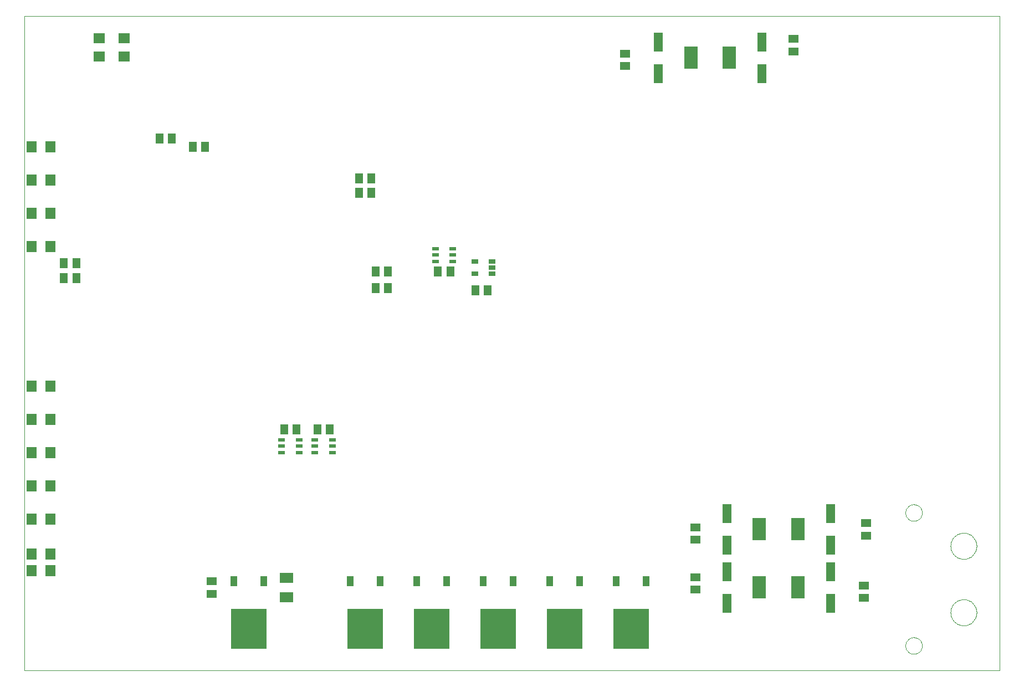
<source format=gtp>
G75*
%MOIN*%
%OFA0B0*%
%FSLAX24Y24*%
%IPPOS*%
%LPD*%
%AMOC8*
5,1,8,0,0,1.08239X$1,22.5*
%
%ADD10C,0.0000*%
%ADD11R,0.0512X0.0591*%
%ADD12R,0.2126X0.2441*%
%ADD13R,0.0394X0.0630*%
%ADD14R,0.0787X0.0591*%
%ADD15R,0.0591X0.0512*%
%ADD16R,0.0551X0.1181*%
%ADD17R,0.0630X0.0709*%
%ADD18R,0.0630X0.0710*%
%ADD19R,0.0710X0.0630*%
%ADD20R,0.0709X0.0630*%
%ADD21R,0.0413X0.0236*%
%ADD22R,0.0390X0.0272*%
%ADD23R,0.0787X0.1378*%
D10*
X002062Y000539D02*
X002062Y039909D01*
X060722Y039909D01*
X060722Y000539D01*
X002062Y000539D01*
X055062Y002039D02*
X055064Y002083D01*
X055070Y002127D01*
X055080Y002170D01*
X055093Y002212D01*
X055110Y002253D01*
X055131Y002292D01*
X055155Y002329D01*
X055182Y002364D01*
X055212Y002396D01*
X055245Y002426D01*
X055281Y002452D01*
X055318Y002476D01*
X055358Y002495D01*
X055399Y002512D01*
X055442Y002524D01*
X055485Y002533D01*
X055529Y002538D01*
X055573Y002539D01*
X055617Y002536D01*
X055661Y002529D01*
X055704Y002518D01*
X055746Y002504D01*
X055786Y002486D01*
X055825Y002464D01*
X055861Y002440D01*
X055895Y002412D01*
X055927Y002381D01*
X055956Y002347D01*
X055982Y002311D01*
X056004Y002273D01*
X056023Y002233D01*
X056038Y002191D01*
X056050Y002149D01*
X056058Y002105D01*
X056062Y002061D01*
X056062Y002017D01*
X056058Y001973D01*
X056050Y001929D01*
X056038Y001887D01*
X056023Y001845D01*
X056004Y001805D01*
X055982Y001767D01*
X055956Y001731D01*
X055927Y001697D01*
X055895Y001666D01*
X055861Y001638D01*
X055825Y001614D01*
X055786Y001592D01*
X055746Y001574D01*
X055704Y001560D01*
X055661Y001549D01*
X055617Y001542D01*
X055573Y001539D01*
X055529Y001540D01*
X055485Y001545D01*
X055442Y001554D01*
X055399Y001566D01*
X055358Y001583D01*
X055318Y001602D01*
X055281Y001626D01*
X055245Y001652D01*
X055212Y001682D01*
X055182Y001714D01*
X055155Y001749D01*
X055131Y001786D01*
X055110Y001825D01*
X055093Y001866D01*
X055080Y001908D01*
X055070Y001951D01*
X055064Y001995D01*
X055062Y002039D01*
X057777Y004039D02*
X057779Y004094D01*
X057785Y004149D01*
X057795Y004204D01*
X057808Y004258D01*
X057825Y004310D01*
X057846Y004362D01*
X057871Y004411D01*
X057899Y004459D01*
X057930Y004505D01*
X057965Y004548D01*
X058002Y004589D01*
X058042Y004627D01*
X058085Y004662D01*
X058130Y004695D01*
X058178Y004723D01*
X058227Y004749D01*
X058278Y004771D01*
X058330Y004789D01*
X058383Y004803D01*
X058438Y004814D01*
X058493Y004821D01*
X058548Y004824D01*
X058604Y004823D01*
X058659Y004818D01*
X058713Y004809D01*
X058767Y004797D01*
X058820Y004780D01*
X058872Y004760D01*
X058922Y004737D01*
X058970Y004709D01*
X059017Y004679D01*
X059061Y004645D01*
X059102Y004609D01*
X059141Y004569D01*
X059177Y004527D01*
X059210Y004482D01*
X059240Y004435D01*
X059266Y004387D01*
X059289Y004336D01*
X059308Y004284D01*
X059323Y004231D01*
X059335Y004177D01*
X059343Y004122D01*
X059347Y004067D01*
X059347Y004011D01*
X059343Y003956D01*
X059335Y003901D01*
X059323Y003847D01*
X059308Y003794D01*
X059289Y003742D01*
X059266Y003691D01*
X059240Y003643D01*
X059210Y003596D01*
X059177Y003551D01*
X059141Y003509D01*
X059102Y003469D01*
X059061Y003433D01*
X059017Y003399D01*
X058970Y003369D01*
X058922Y003341D01*
X058872Y003318D01*
X058820Y003298D01*
X058767Y003281D01*
X058713Y003269D01*
X058659Y003260D01*
X058604Y003255D01*
X058548Y003254D01*
X058493Y003257D01*
X058438Y003264D01*
X058383Y003275D01*
X058330Y003289D01*
X058278Y003307D01*
X058227Y003329D01*
X058178Y003355D01*
X058130Y003383D01*
X058085Y003416D01*
X058042Y003451D01*
X058002Y003489D01*
X057965Y003530D01*
X057930Y003573D01*
X057899Y003619D01*
X057871Y003667D01*
X057846Y003716D01*
X057825Y003768D01*
X057808Y003820D01*
X057795Y003874D01*
X057785Y003929D01*
X057779Y003984D01*
X057777Y004039D01*
X057777Y008039D02*
X057779Y008094D01*
X057785Y008149D01*
X057795Y008204D01*
X057808Y008258D01*
X057825Y008310D01*
X057846Y008362D01*
X057871Y008411D01*
X057899Y008459D01*
X057930Y008505D01*
X057965Y008548D01*
X058002Y008589D01*
X058042Y008627D01*
X058085Y008662D01*
X058130Y008695D01*
X058178Y008723D01*
X058227Y008749D01*
X058278Y008771D01*
X058330Y008789D01*
X058383Y008803D01*
X058438Y008814D01*
X058493Y008821D01*
X058548Y008824D01*
X058604Y008823D01*
X058659Y008818D01*
X058713Y008809D01*
X058767Y008797D01*
X058820Y008780D01*
X058872Y008760D01*
X058922Y008737D01*
X058970Y008709D01*
X059017Y008679D01*
X059061Y008645D01*
X059102Y008609D01*
X059141Y008569D01*
X059177Y008527D01*
X059210Y008482D01*
X059240Y008435D01*
X059266Y008387D01*
X059289Y008336D01*
X059308Y008284D01*
X059323Y008231D01*
X059335Y008177D01*
X059343Y008122D01*
X059347Y008067D01*
X059347Y008011D01*
X059343Y007956D01*
X059335Y007901D01*
X059323Y007847D01*
X059308Y007794D01*
X059289Y007742D01*
X059266Y007691D01*
X059240Y007643D01*
X059210Y007596D01*
X059177Y007551D01*
X059141Y007509D01*
X059102Y007469D01*
X059061Y007433D01*
X059017Y007399D01*
X058970Y007369D01*
X058922Y007341D01*
X058872Y007318D01*
X058820Y007298D01*
X058767Y007281D01*
X058713Y007269D01*
X058659Y007260D01*
X058604Y007255D01*
X058548Y007254D01*
X058493Y007257D01*
X058438Y007264D01*
X058383Y007275D01*
X058330Y007289D01*
X058278Y007307D01*
X058227Y007329D01*
X058178Y007355D01*
X058130Y007383D01*
X058085Y007416D01*
X058042Y007451D01*
X058002Y007489D01*
X057965Y007530D01*
X057930Y007573D01*
X057899Y007619D01*
X057871Y007667D01*
X057846Y007716D01*
X057825Y007768D01*
X057808Y007820D01*
X057795Y007874D01*
X057785Y007929D01*
X057779Y007984D01*
X057777Y008039D01*
X055062Y010039D02*
X055064Y010083D01*
X055070Y010127D01*
X055080Y010170D01*
X055093Y010212D01*
X055110Y010253D01*
X055131Y010292D01*
X055155Y010329D01*
X055182Y010364D01*
X055212Y010396D01*
X055245Y010426D01*
X055281Y010452D01*
X055318Y010476D01*
X055358Y010495D01*
X055399Y010512D01*
X055442Y010524D01*
X055485Y010533D01*
X055529Y010538D01*
X055573Y010539D01*
X055617Y010536D01*
X055661Y010529D01*
X055704Y010518D01*
X055746Y010504D01*
X055786Y010486D01*
X055825Y010464D01*
X055861Y010440D01*
X055895Y010412D01*
X055927Y010381D01*
X055956Y010347D01*
X055982Y010311D01*
X056004Y010273D01*
X056023Y010233D01*
X056038Y010191D01*
X056050Y010149D01*
X056058Y010105D01*
X056062Y010061D01*
X056062Y010017D01*
X056058Y009973D01*
X056050Y009929D01*
X056038Y009887D01*
X056023Y009845D01*
X056004Y009805D01*
X055982Y009767D01*
X055956Y009731D01*
X055927Y009697D01*
X055895Y009666D01*
X055861Y009638D01*
X055825Y009614D01*
X055786Y009592D01*
X055746Y009574D01*
X055704Y009560D01*
X055661Y009549D01*
X055617Y009542D01*
X055573Y009539D01*
X055529Y009540D01*
X055485Y009545D01*
X055442Y009554D01*
X055399Y009566D01*
X055358Y009583D01*
X055318Y009602D01*
X055281Y009626D01*
X055245Y009652D01*
X055212Y009682D01*
X055182Y009714D01*
X055155Y009749D01*
X055131Y009786D01*
X055110Y009825D01*
X055093Y009866D01*
X055080Y009908D01*
X055070Y009951D01*
X055064Y009995D01*
X055062Y010039D01*
D11*
X029936Y023414D03*
X029188Y023414D03*
X027686Y024539D03*
X026938Y024539D03*
X023936Y024539D03*
X023188Y024539D03*
X023188Y023539D03*
X023936Y023539D03*
X022936Y029289D03*
X022188Y029289D03*
X022188Y030164D03*
X022936Y030164D03*
X012936Y032039D03*
X012188Y032039D03*
X010936Y032539D03*
X010188Y032539D03*
X005186Y025039D03*
X004438Y025039D03*
X004438Y024164D03*
X005186Y024164D03*
X017688Y015039D03*
X018436Y015039D03*
X019688Y015039D03*
X020436Y015039D03*
D12*
X022562Y003055D03*
X026562Y003055D03*
X030562Y003055D03*
X034562Y003055D03*
X038562Y003055D03*
X015562Y003055D03*
D13*
X014664Y005929D03*
X016460Y005929D03*
X021664Y005929D03*
X023460Y005929D03*
X025664Y005929D03*
X027460Y005929D03*
X029664Y005929D03*
X031460Y005929D03*
X033664Y005929D03*
X035460Y005929D03*
X037664Y005929D03*
X039460Y005929D03*
D14*
X017812Y006129D03*
X017812Y004948D03*
D15*
X013312Y005165D03*
X013312Y005913D03*
X042437Y006163D03*
X042437Y005415D03*
X042437Y008415D03*
X042437Y009163D03*
X052687Y009413D03*
X052687Y008665D03*
X052562Y005663D03*
X052562Y004915D03*
X038187Y036915D03*
X038187Y037663D03*
X048312Y037790D03*
X048312Y038538D03*
D16*
X046437Y038359D03*
X046437Y036469D03*
X040187Y036469D03*
X040187Y038359D03*
X044312Y009984D03*
X044312Y008094D03*
X044312Y006484D03*
X044312Y004594D03*
X050562Y004594D03*
X050562Y006484D03*
X050562Y008094D03*
X050562Y009984D03*
D17*
X003613Y009664D03*
X002511Y009664D03*
X002511Y011664D03*
X003613Y011664D03*
X003613Y013664D03*
X002511Y013664D03*
X002511Y015664D03*
X003613Y015664D03*
X003613Y017664D03*
X002511Y017664D03*
X002511Y026039D03*
X003613Y026039D03*
X003613Y028039D03*
X002511Y028039D03*
X002511Y030039D03*
X003613Y030039D03*
X003613Y032039D03*
X002511Y032039D03*
X002511Y007539D03*
X003613Y007539D03*
D18*
X003622Y006539D03*
X002502Y006539D03*
D19*
X008062Y037479D03*
X008062Y038599D03*
D20*
X006562Y038590D03*
X006562Y037488D03*
D21*
X026781Y025913D03*
X026781Y025539D03*
X026781Y025165D03*
X027844Y025165D03*
X027844Y025539D03*
X027844Y025913D03*
X020594Y014413D03*
X020594Y014039D03*
X020594Y013665D03*
X019531Y013665D03*
X019531Y014039D03*
X019531Y014413D03*
X018594Y014413D03*
X018594Y014039D03*
X018594Y013665D03*
X017531Y013665D03*
X017531Y014039D03*
X017531Y014413D03*
D22*
X029175Y024415D03*
X029175Y025163D03*
X030195Y025163D03*
X030195Y024789D03*
X030195Y024415D03*
D23*
X042151Y037414D03*
X044473Y037414D03*
X046276Y009039D03*
X048598Y009039D03*
X048598Y005539D03*
X046276Y005539D03*
M02*

</source>
